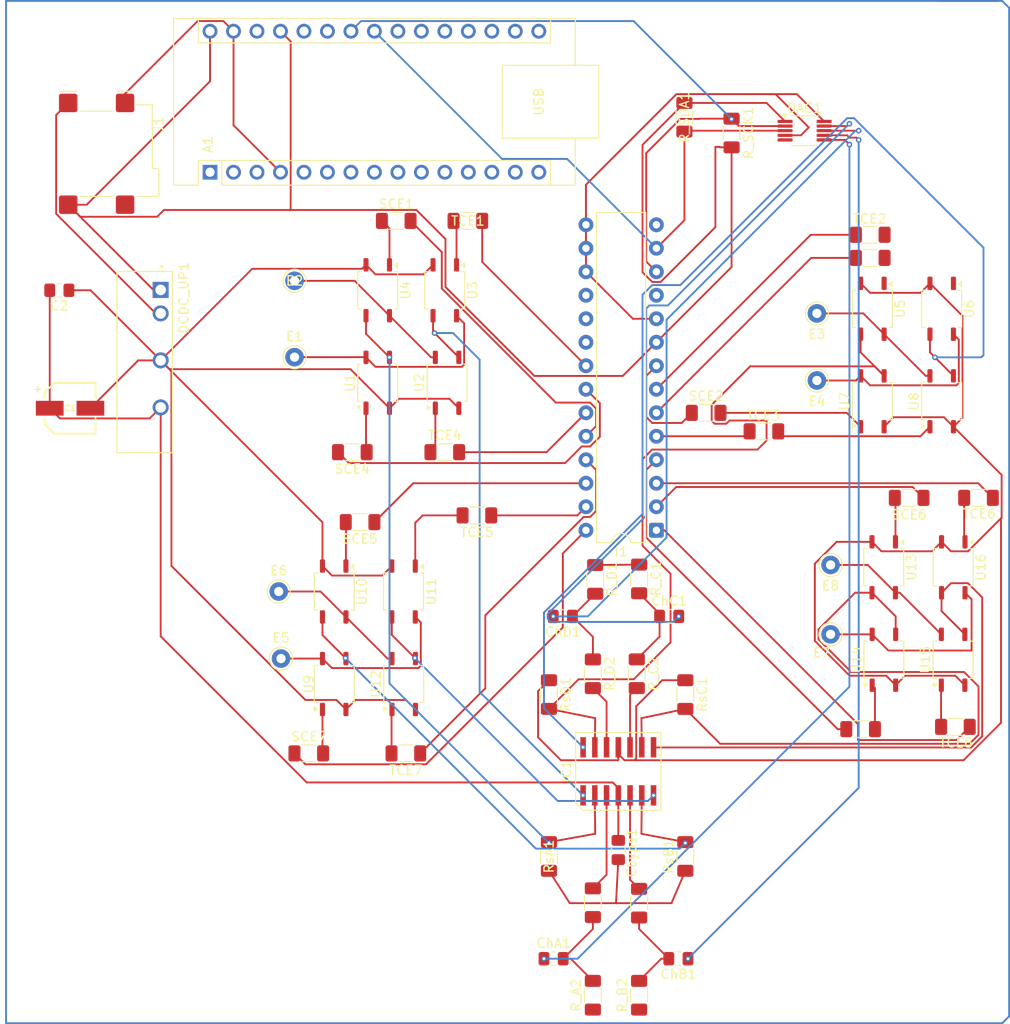
<source format=kicad_pcb>
(kicad_pcb (version 20241229) (generator "pcbnew") (generator_version "9.0")
  (layers (0 "F.Cu" signal) (2 "B.Cu" signal) (13 "F.Paste" user) (15 "B.Paste" user) (5 "F.SilkS" user "F.Silkscreen") (7 "B.SilkS" user "B.Silkscreen") (1 "F.Mask" user) (3 "B.Mask" user) (25 "Edge.Cuts" user))
  (net 0 "")
  (net 1 "/+24V")
  (net 2 "/24V_GND")
  (net 3 "/ChD_net")
  (net 4 "Net-(ChD1-Pad1)")
  (net 5 "Net-(ChC1-Pad1)")
  (net 6 "/ChC_net")
  (net 7 "Net-(TCE7-Pad2)")
  (net 8 "Net-(I2C_SW1-GPA4)")
  (net 9 "Net-(I2C_SW1-GPA2)")
  (net 10 "Net-(TCE6-Pad1)")
  (net 11 "Net-(I2C_SW1-GPA0)")
  (net 12 "Net-(TCE5-Pad1)")
  (net 13 "Net-(TCE4-Pad2)")
  (net 14 "Net-(I2C_SW1-GPB6)")
  (net 15 "Net-(I2C_SW1-GPB4)")
  (net 16 "Net-(TCE3-Pad2)")
  (net 17 "Net-(I2C_SW1-GPB2)")
  (net 18 "Net-(TCE2-Pad2)")
  (net 19 "Net-(DAC4CH1-VSS)")
  (net 20 "Net-(TCE1-Pad2)")
  (net 21 "Net-(I2C_SW1-GPB0)")
  (net 22 "Net-(I2C_SW1-GPA7)")
  (net 23 "Net-(SCE8-Pad2)")
  (net 24 "Net-(SCE7-Pad2)")
  (net 25 "Net-(I2C_SW1-GPA5)")
  (net 26 "Net-(SCE6-Pad1)")
  (net 27 "Net-(I2C_SW1-GPA3)")
  (net 28 "Net-(SCE5-Pad1)")
  (net 29 "Net-(I2C_SW1-GPA1)")
  (net 30 "Net-(SCE4-Pad2)")
  (net 31 "Net-(I2C_SW1-GPB7)")
  (net 32 "Net-(I2C_SW1-GPB5)")
  (net 33 "Net-(SCE3-Pad2)")
  (net 34 "Net-(SCE2-Pad2)")
  (net 35 "Net-(I2C_SW1-GPB3)")
  (net 36 "Net-(SCE1-Pad2)")
  (net 37 "Net-(I2C_SW1-GPB1)")
  (net 38 "Net-(A1-A4)")
  (net 39 "/+5V")
  (net 40 "Net-(A1-A5)")
  (net 41 "/Sl_A")
  (net 42 "/Sl_B")
  (net 43 "/Sl_C")
  (net 44 "/Sl_D")
  (net 45 "Net-(ChA1-Pad2)")
  (net 46 "/ChA_net")
  (net 47 "Net-(ChB1-Pad2)")
  (net 48 "/ChB_net")
  (net 49 "Net-(I2C_SW1-GPA6)")
  (net 50 "Net-(TCE8-Pad2)")
  (net 51 "Net-(E8-Pin_1)")
  (net 52 "Net-(E7-Pin_1)")
  (net 53 "Net-(IC1-OUTD)")
  (net 54 "Net-(E5-Pin_1)")
  (net 55 "Net-(IC1-OUTC)")
  (net 56 "Net-(E4-Pin_1)")
  (net 57 "Net-(IC1-OUTB)")
  (net 58 "Net-(E3-Pin_1)")
  (net 59 "Net-(E2-Pin_1)")
  (net 60 "Net-(IC1-OUTA)")
  (net 61 "Net-(E1-Pin_1)")
  (net 62 "Net-(E6-Pin_1)")
  (net 63 "Net-(DAC4CH1-VOUTD)")
  (net 64 "Net-(DAC4CH1-VOUTC)")
  (net 66 "Net-(DAC4CH1-VOUTA)")
  (net 67 "Net-(DAC4CH1-VOUTB)")
  (footprint "Package_SO:SOP-4_3.8x4.1mm_P2.54mm" (layer "F.Cu") (at 143.954 73.026 -90)
    (property "Reference" "U6")
    (property "Value" "TE8")
  )
  (footprint "Resistor_SMD:R_1206_3216Metric_Pad1.30x1.75mm_HandSolder" (layer "F.Cu") (at 145.434 118.216 180)
    (property "Reference" "TCE8")
    (property "Value" "470")
  )
  (footprint "Resistor_SMD:R_1206_3216Metric_Pad1.30x1.75mm_HandSolder" (layer "F.Cu") (at 116.124 52.326 -90)
    (property "Reference" "R_SDA1")
    (property "Value" "4.7k")
  )
  (footprint "Connector_Pin:Pin_D1.0mm_L10.0mm" (layer "F.Cu") (at 72.494 110.836 180)
    (property "Reference" "E5")
    (property "Value" "Stim4")
  )
  (footprint "Resistor_SMD:R_1206_3216Metric_Pad1.30x1.75mm_HandSolder" (layer "F.Cu") (at 111.224 137.276 90)
    (property "Reference" "R_B1" (hide yes))
    (property "Value" "1k")
  )
  (footprint "Connector_Pin:Pin_D1.0mm_L10.0mm" (layer "F.Cu") (at 73.954 70.006 180)
    (property "Reference" "E2")
    (property "Value" "Stim2")
  )
  (footprint "Connector_Pin:Pin_D1.0mm_L10.0mm" (layer "F.Cu") (at 130.454 80.776)
    (property "Reference" "E4")
    (property "Value" "Stim8")
  )
  (footprint "Resistor_SMD:R_1206_3216Metric_Pad1.30x1.75mm_HandSolder" (layer "F.Cu") (at 121.224 54.026 -90)
    (property "Reference" "R_SCK1")
    (property "Value" "4.7k")
  )
  (footprint "Resistor_SMD:R_1206_3216Metric_Pad1.30x1.75mm_HandSolder" (layer "F.Cu") (at 124.724 86.276)
    (property "Reference" "TCE3")
    (property "Value" "470")
  )
  (footprint "Connector_Pin:Pin_D1.0mm_L10.0mm" (layer "F.Cu") (at 131.934 108.216)
    (property "Reference" "E7")
    (property "Value" "Stim6")
  )
  (footprint "Capacitor_SMD:C_0805_2012Metric_Pad1.18x1.45mm_HandSolder" (layer "F.Cu") (at 102.974 106.276 180)
    (property "Reference" "ChD1")
    (property "Value" "10 uF")
  )
  (footprint "Package_SO:SOP-4_3.8x4.1mm_P2.54mm" (layer "F.Cu") (at 82.954 81.026 90)
    (property "Reference" "U1")
    (property "Value" "SE1")
  )
  (footprint "Connector_Pin:Pin_D1.0mm_L10.0mm" (layer "F.Cu") (at 131.934 100.716)
    (property "Reference" "E8")
    (property "Value" "Stim5")
  )
  (footprint "Package_DIP:DIP-28_W7.62mm" (layer "F.Cu") (at 113.094 96.966 180)
    (property "Reference" "I1")
    (property "Value" "MCP23017_SP")
  )
  (footprint "Resistor_SMD:R_1206_3216Metric_Pad1.30x1.75mm_HandSolder" (layer "F.Cu") (at 136.224 65.026)
    (property "Reference" "TCE2")
    (property "Value" "470")
  )
  (footprint "Resistor_SMD:R_1206_3216Metric_Pad1.30x1.75mm_HandSolder" (layer "F.Cu") (at 140.434 93.466 180)
    (property "Reference" "SCE6")
    (property "Value" "470")
  )
  (footprint "Resistor_SMD:R_1206_3216Metric_Pad1.30x1.75mm_HandSolder" (layer "F.Cu") (at 81.044 96.086 180)
    (property "Reference" "SCE5")
    (property "Value" "470")
  )
  (footprint "Connector_Pin:Pin_D1.0mm_L10.0mm" (layer "F.Cu") (at 73.954 78.256 180)
    (property "Reference" "E1")
    (property "Value" "Stim1")
  )
  (footprint "Resistor_SMD:R_1206_3216Metric_Pad1.30x1.75mm_HandSolder" (layer "F.Cu") (at 84.954 63.526)
    (property "Reference" "SCE1")
    (property "Value" "470")
  )
  (footprint "Capacitor_SMD:C_0805_2012Metric_Pad1.18x1.45mm_HandSolder" (layer "F.Cu") (at 114.474 106.276)
    (property "Reference" "ChC1")
    (property "Value" "10 uF")
  )
  (footprint "Resistor_SMD:R_1206_3216Metric_Pad1.30x1.75mm_HandSolder" (layer "F.Cu") (at 116.224 132.226 90)
    (property "Reference" "RsB1")
    (property "Value" "1.2k")
  )
  (footprint "Resistor_SMD:R_1206_3216Metric_Pad1.30x1.75mm_HandSolder" (layer "F.Cu") (at 92.704 63.526)
    (property "Reference" "TCE1")
    (property "Value" "470")
  )
  (footprint "Package_SO:SOP-4_3.8x4.1mm_P2.54mm" (layer "F.Cu") (at 78.244 113.586 90)
    (property "Reference" "U9")
    (property "Value" "SE4")
  )
  (footprint "RE-0524S:CONV_RE-0524S" (layer "F.Cu") (at 57.744 78.786 -90)
    (property "Reference" "DCDC_UP1")
    (property "Value" "RE-0524S" (hide yes))
  )
  (footprint "Resistor_SMD:R_1206_3216Metric_Pad1.30x1.75mm_HandSolder" (layer "F.Cu") (at 80.204 88.526 180)
    (property "Reference" "SCE4")
    (property "Value" "470")
  )
  (footprint "Package_SO:SOP-4_3.8x4.1mm_P2.54mm" (layer "F.Cu") (at 143.954 83.026 90)
    (property "Reference" "U8")
    (property "Value" "TE7")
  )
  (footprint "Package_SO:SOP-4_3.8x4.1mm_P2.54mm" (layer "F.Cu") (at 145.184 110.966 90)
    (property "Reference" "U15")
    (property "Value" "TE5")
  )
  (footprint "Resistor_SMD:R_1206_3216Metric_Pad1.30x1.75mm_HandSolder" (layer "F.Cu") (at 136.224 67.526)
    (property "Reference" "SCE3" (hide yes))
    (property "Value" "470")
  )
  (footprint "Module:Arduino_Nano" (layer "F.Cu") (at 64.814 58.266 90)
    (property "Reference" "A1")
    (property "Value" "Arduino_Nano_v3.x")
  )
  (footprint "Resistor_SMD:R_1206_3216Metric_Pad1.30x1.75mm_HandSolder" (layer "F.Cu") (at 93.678472 95.362 180)
    (property "Reference" "TCE5")
    (property "Value" "470")
  )
  (footprint "Connector_Pin:Pin_D1.0mm_L10.0mm" (layer "F.Cu") (at 130.454 73.526)
    (property "Reference" "E3")
    (property "Value" "Stim7")
  )
  (footprint "Resistor_SMD:R_1206_3216Metric_Pad1.30x1.75mm_HandSolder" (layer "F.Cu") (at 118.474 84.276)
    (property "Reference" "SCE2")
    (property "Value" "470")
  )
  (footprint "Package_SO:SOP-4_3.8x4.1mm_P2.54mm" (layer "F.Cu") (at 145.204 100.966 -90)
    (property "Reference" "U16")
    (property "Value" "TE6")
  )
  (footprint "Resistor_SMD:R_1206_3216Metric_Pad1.30x1.75mm_HandSolder" (layer "F.Cu") (at 111.224 147.226 90)
    (property "Reference" "R_B2")
    (property "Value" "100k")
  )
  (footprint "Resistor_SMD:R_1206_3216Metric_Pad1.30x1.75mm_HandSolder" (layer "F.Cu") (at 116.224 114.726 -90)
    (property "Reference" "RsC1")
    (property "Value" "1.2k")
  )
  (footprint "WCAP-AS5H_5X5:WCAP-AS5H_5X5.5_DXL_" (layer "F.Cu") (at 49.674 83.776 180)
    (property "Reference" "C1")
    (property "Value" "10uF")
  )
  (footprint "Resistor_SMD:R_1206_3216Metric_Pad1.30x1.75mm_HandSolder" (layer "F.Cu") (at 110.974 112.476 -90)
    (property "Reference" "R_C2")
    (property "Value" "1k")
  )
  (footprint "Resistor_SMD:R_1206_3216Metric_Pad1.30x1.75mm_HandSolder" (layer "F.Cu") (at 90.204 88.526)
    (property "Reference" "TCE4")
    (property "Value" "470")
  )
  (footprint "Connector_Pin:Pin_D1.0mm_L10.0mm" (layer "F.Cu") (at 72.244 103.586 180)
    (property "Reference" "E6")
    (property "Value" "Stim3")
  )
  (footprint "Package_SO:SOP-4_3.8x4.1mm_P2.54mm" (layer "F.Cu") (at 78.244 103.586 -90)
    (property "Reference" "U10")
    (property "Value" "SE3")
  )
  (footprint "Resistor_SMD:R_1206_3216Metric_Pad1.30x1.75mm_HandSolder" (layer "F.Cu") (at 75.494 121.086)
    (property "Reference" "SCE7")
    (property "Value" "470")
  )
  (footprint "Capacitor_SMD:C_0805_2012Metric_Pad1.18x1.45mm_HandSolder" (layer "F.Cu") (at 101.974 143.276)
    (property "Reference" "ChA1")
    (property "Value" "10 uF")
  )
  (footprint "Capacitor_SMD:C_0805_2012Metric_Pad1.18x1.45mm_HandSolder" (layer "F.Cu") (at 48.5115 71.026 180)
    (property "Reference" "C2")
    (property "Value" "0.1 uF")
  )
  (footprint "Resistor_SMD:R_1206_3216Metric_Pad1.30x1.75mm_HandSolder" (layer "F.Cu") (at 106.224 137.226 90)
    (property "Reference" "R_A1" (hide yes))
    (property "Value" "1k")
  )
  (footprint "Connector_BarrelJack:BarrelJack_Wuerth_694106106102_2.0x5.5mm" (layer "F.Cu") (at 52.549 56.276 -90)
    (property "Reference" "J1")
    (property "Value" "Barrel_Jack")
  )
  (footprint "Package_SO:SOP-4_3.8x4.1mm_P2.54mm" (layer "F.Cu") (at 82.954 71.026 -90)
    (property "Reference" "U4")
    (property "Value" "SE2")
  )
  (footprint "Resistor_SMD:R_1206_3216Metric_Pad1.30x1.75mm_HandSolder" (layer "F.Cu") (at 85.994 121.086 180)
    (property "Reference" "TCE7")
    (property "Value" "470")
  )
  (footprint "Package_SO:SOP-4_3.8x4.1mm_P2.54mm" (layer "F.Cu") (at 137.704 110.966 90)
    (property "Reference" "U14")
    (property "Value" "SE6")
  )
  (footprint "Capacitor_SMD:C_0805_2012Metric_Pad1.18x1.45mm_HandSolder" (layer "F.Cu") (at 108.974 131.526 -90)
    (property "Reference" "Cbyps1")
    (property "Value" "0.1 uF")
  )
  (footprint "Resistor_SMD:R_1206_3216Metric_Pad1.30x1.75mm_HandSolder" (layer "F.Cu") (at 111.224 102.226 -90)
    (property "Reference" "R_C1")
    (property "Value" "100k")
  )
  (footprint "Package_SO:SOP-4_3.8x4.1mm_P2.54mm" (layer "F.Cu") (at 90.204 71.026 -90)
    (property "Reference" "U3")
    (property "Value" "TE1")
  )
  (footprint "Capacitor_SMD:C_0805_2012Metric_Pad1.18x1.45mm_HandSolder" (layer "F.Cu") (at 115.474 143.276 180)
    (property "Reference" "ChB1")
    (property "Value" "10 uF")
  )
  (footprint "Resistor_SMD:R_1206_3216Metric_Pad1.30x1.75mm_HandSolder" (layer "F.Cu") (at 106.224 147.226 90)
    (property "Reference" "R_A2")
    (property "Value" "100k")
  )
  (footprint "Resistor_SMD:R_1206_3216Metric_Pad1.30x1.75mm_HandSolder" (layer "F.Cu") (at 135.184 118.466)
    (property "Reference" "SCE8" (hide yes))
    (property "Value" "470")
  )
  (footprint "Resistor_SMD:R_1206_3216Metric_Pad1.30x1.75mm_HandSolder" (layer "F.Cu") (at 106.224 112.476 -90)
    (property "Reference" "R_D2")
    (property "Value" "1k")
  )
  (footprint "Package_SO:SOP-4_3.8x4.1mm_P2.54mm" (layer "F.Cu") (at 137.684 100.966 -90)
    (property "Reference" "U13")
    (property "Value" "SE5")
  )
  (footprint "Package_SO:SOP-4_3.8x4.1mm_P2.54mm" (layer "F.Cu") (at 85.744 103.586 -90)
    (property "Reference" "U11")
    (property "Value" "TE4")
  )
  (footprint "Package_SO:SOP-4_3.8x4.1mm_P2.54mm" (layer "F.Cu") (at 90.454 81.026 90)
    (property "Reference" "U2")
    (property "Value" "TE2")
  )
  (footprint "KiCad:SOIC127P600X175-14N" (layer "F.Cu") (at 108.974 123.026)
    (property "Reference" "IC1")
    (property "Value" "OPA1664AIDR")
  )
  (footprint "Package_SO:SOP-4_3.8x4.1mm_P2.54mm" (layer "F.Cu") (at 85.764 113.586 90)
    (property "Reference" "U12")
    (property "Value" "TE3")
  )
  (footprint "Package_SO:SOP-4_3.8x4.1mm_P2.54mm" (layer "F.Cu") (at 136.454 83.026 90)
    (property "Reference" "U7")
    (property "Value" "SE8")
  )
  (footprint "Resistor_SMD:R_1206_3216Metric_Pad1.30x1.75mm_HandSolder" (layer "F.Cu") (at 101.474 114.726 -90)
    (property "Reference" "RsD1")
    (property "Value" "1.2k")
  )
  (footprint "Resistor_SMD:R_1206_3216Metric_Pad1.30x1.75mm_HandSolder" (layer "F.Cu") (at 147.934 93.466 180)
    (property "Reference" "TCE6")
    (property "Value" "470")
  )
  (footprint "Package_SO:SOP-4_3.8x4.1mm_P2.54mm" (layer "F.Cu") (at 136.454 73.026 -90)
    (property "Reference" "U5")
    (property "Value" "SE7")
  )
  (footprint "Resistor_SMD:R_1206_3216Metric_Pad1.30x1.75mm_HandSolder" (layer "F.Cu") (at 101.474 132.226 90)
    (property "Reference" "RsA1")
    (property "Value" "1.2k")
  )
  (footprint "Package_SO:MSOP-10_3x3mm_P0.5mm" (layer "F.Cu") (at 129.124 53.776)
    (property "Reference" "DAC1")
    (property "Value" "MCP4728")
  )
  (footprint "Resistor_SMD:R_1206_3216Metric_Pad1.30x1.75mm_HandSolder" (layer "F.Cu") (at 106.474 102.276 -90)
    (property "Reference" "R_D1")
    (property "Value" "100k")
  )
  (segment (start 42.75 39.75) (end 42.75 150.25) (width 0.2) (layer "B.Cu") (net 0))
  (segment (start 151.25 149.5) (end 151.25 40.5) (width 0.2) (layer "B.Cu") (net 0))
  (segment (start 150.5 39.75) (end 143.75 39.75) (width 0.2) (layer "B.Cu") (net 0))
  (segment (start 42.75 39.75) (end 150 39.75) (width 0.2) (layer "B.Cu") (net 0))
  (segment (start 150.5 150.25) (end 151.25 149.5) (width 0.2) (layer "B.Cu") (net 0))
  (segment (start 42.75 150.25) (end 150.5 150.25) (width 0.2) (layer "B.Cu") (net 0))
  (segment (start 151.25 40.5) (end 150.5 39.75) (width 0.2) (layer "B.Cu") (net 0))
  (segment (start 58.283 84.877) (end 48.575 84.877) (width 0.2) (layer "F.Cu") (net 1))
  (segment (start 108.974 125.626) (end 108.974 130.4885) (width 0.2) (layer "F.Cu") (net 1))
  (segment (start 75.27184 124.225) (end 108.373 124.225) (width 0.2) (layer "F.Cu") (net 1))
  (segment (start 108.974 124.826) (end 108.974 125.626) (width 0.2) (layer "F.Cu") (net 1))
  (segment (start 59.474 108.42716) (end 75.27184 124.225) (width 0.2) (layer "F.Cu") (net 1))
  (segment (start 59.474 83.686) (end 58.283 84.877) (width 0.2) (layer "F.Cu") (net 1))
  (segment (start 48.575 84.877) (end 47.474 83.776) (width 0.2) (layer "F.Cu") (net 1))
  (segment (start 108.373 124.225) (end 108.974 124.826) (width 0.2) (layer "F.Cu") (net 1))
  (segment (start 47.474 83.776) (end 47.474 71.026) (width 0.2) (layer "F.Cu") (net 1))
  (segment (start 59.474 83.686) (end 59.474 108.42716) (width 0.2) (layer "F.Cu") (net 1))
  (segment (start 146.796944 99.242) (end 144.96 99.242) (width 0.2) (layer "F.Cu") (net 2))
  (segment (start 84.224 83.776) (end 85.25 82.75) (width 0.2) (layer "F.Cu") (net 2))
  (segment (start 150.368472 117.776888) (end 150.368472 95.670472) (width 0.2) (layer "F.Cu") (net 2))
  (segment (start 136.21 71.302) (end 141.658 71.302) (width 0.2) (layer "F.Cu") (net 2))
  (segment (start 134.001008 112.69) (end 137.948 112.69) (width 0.2) (layer "F.Cu") (net 2))
  (segment (start 110.724 121.827) (end 146.31836 121.827) (width 0.2) (layer "F.Cu") (net 2))
  (segment (start 60.425 79.557) (end 59.474 78.606) (width 0.2) (layer "F.Cu") (net 2))
  (segment (start 146.201 84.799) (end 145.224 85.776) (width 0.2) (layer "F.Cu") (net 2))
  (segment (start 60.6375 100.819392) (end 60.6375 79.7695) (width 0.2) (layer "F.Cu") (net 2))
  (segment (start 110.913 115.987) (end 110.913 121.638) (width 0.2) (layer "F.Cu") (net 2))
  (segment (start 146.201 73.793) (end 146.201 84.799) (width 0.2) (layer "F.Cu") (net 2))
  (segment (start 80.54 115.31) (end 86.008 115.31) (width 0.2) (layer "F.Cu") (net 2))
  (segment (start 69.375 68.705) (end 81.255 68.705) (width 0.2) (layer "F.Cu") (net 2))
  (segment (start 116.224 133.776) (end 114.724 137.276) (width 0.2) (layer "F.Cu") (net 2))
  (segment (start 108.724 137.276) (end 103.724 137.276) (width 0.2) (layer "F.Cu") (net 2))
  (segment (start 116.224 113.176) (end 113.724 113.176) (width 0.2) (layer "F.Cu") (net 2))
  (segment (start 82.71 69.302) (end 87.908 69.302) (width 0.2) (layer "F.Cu") (net 2))
  (segment (start 130.232 100.578108) (end 130.232 108.920992) (width 0.2) (layer "F.Cu") (net 2))
  (segment (start 144.96 99.242) (end 143.934 98.216) (width 0.2) (layer "F.Cu") (net 2))
  (segment (start 51.894 71.026) (end 59.474 78.606) (width 0.2) (layer "F.Cu") (net 2))
  (segment (start 86.008 115.31) (end 87.034 116.336) (width 0.2) (layer "F.Cu") (net 2))
  (segment (start 75.128108 115.31) (end 60.6375 100.819392) (width 0.2) (layer "F.Cu") (net 2))
  (segment (start 144.198 84.75) (end 145.224 85.776) (width 0.2) (layer "F.Cu") (net 2))
  (segment (start 84.224 83.776) (end 80.005 79.557) (width 0.2) (layer "F.Cu") (net 2))
  (segment (start 81.255 68.705) (end 81.684 68.276) (width 0.2) (layer "F.Cu") (net 2))
  (segment (start 114.724 137.276) (end 108.724 137.276) (width 0.2) (layer "F.Cu") (net 2))
  (segment (start 142.684 70.276) (end 146.201 73.793) (width 0.2) (layer "F.Cu") (net 2))
  (segment (start 76.974 100.836) (end 78 101.862) (width 0.2) (layer "F.Cu") (net 2))
  (segment (start 78 101.862) (end 83.448 101.862) (width 0.2) (layer "F.Cu") (net 2))
  (segment (start 110.913 121.638) (end 110.724 121.827) (width 0.2) (layer "F.Cu") (net 2))
  (segment (start 78.488 115.31) (end 75.128108 115.31) (width 0.2) (layer "F.Cu") (net 2))
  (segment (start 141.658 71.302) (end 142.684 70.276) (width 0.2) (layer "F.Cu") (net 2))
  (segment (start 57.044 78.606) (end 51.874 83.776) (width 0.2) (layer "F.Cu") (net 2))
  (segment (start 137.44 99.242) (end 136.414 98.216) (width 0.2) (layer "F.Cu") (net 2))
  (segment (start 76.974 96.106) (end 59.474 78.606) (width 0.2) (layer "F.Cu") (net 2))
  (segment (start 81.684 68.276) (end 82.71 69.302) (width 0.2) (layer "F.Cu") (net 2))
  (segment (start 108.974 121.776) (end 108.974 120.426) (width 0.2) (layer "F.Cu") (net 2))
  (segment (start 85.25 82.75) (end 90.698 82.75) (width 0.2) (layer "F.Cu") (net 2))
  (segment (start 101.474 113.176) (end 100.298 114.352) (width 0.2) (layer "F.Cu") (net 2))
  (segment (start 143.934 98.216) (end 142.908 99.242) (width 0.2) (layer "F.Cu") (net 2))
  (segment (start 108.974 120.426) (end 108.974 121.158) (width 0.2) (layer "F.Cu") (net 2))
  (segment (start 145.428 112.69) (end 146.454 113.716) (width 0.2) (layer "F.Cu") (net 2))
  (segment (start 87.908 69.302) (end 88.934 68.276) (width 0.2) (layer "F.Cu") (net 2))
  (segment (start 137.724 85.776) (end 138.75 84.75) (width 0.2) (layer "F.Cu") (net 2))
  (segment (start 150.435 95.603944) (end 150.368472 95.670472) (width 0.2) (layer "F.Cu") (net 2))
  (segment (start 145.224 85.776) (end 150.435 90.987) (width 0.2) (layer "F.Cu") (net 2))
  (segment (start 138.75 84.75) (end 144.198 84.75) (width 0.2) (layer "F.Cu") (net 2))
  (segment (start 140 112.69) (end 145.428 112.69) (width 0.2) (layer "F.Cu") (net 2))
  (segment (start 79.514 116.336) (end 78.488 115.31) (width 0.2) (layer "F.Cu") (net 2))
  (segment (start 49.549 71.026) (end 51.894 71.026) (width 0.2) (layer "F.Cu") (net 2))
  (segment (start 59.474 78.606) (end 69.375 68.705) (width 0.2) (layer "F.Cu") (net 2))
  (segment (start 76.974 100.836) (end 76.974 96.106) (width 0.2) (layer "F.Cu") (net 2))
  (segment (start 150.368472 95.670472) (end 146.796944 99.242) (width 0.2) (layer "F.Cu") (net 2))
  (segment (start 102.775 121.827) (end 108.923 121.827) (width 0.2) (layer "F.Cu") (net 2))
  (segment (start 108.923 121.827) (end 108.974 121.776) (width 0.2) (layer "F.Cu") (net 2))
  (segment (start 109.643 121.827) (end 110.724 121.827) (width 0.2) (layer "F.Cu") (net 2))
  (segment (start 108.724 137.276) (end 108.974 132.5635) (width 0.2) (layer "F.Cu") (net 2))
  (segment (start 130.232 108.920992) (end 134.001008 112.69) (width 0.2) (layer "F.Cu") (net 2))
  (segment (start 100.298 119.35) (end 102.775 121.827) (width 0.2) (layer "F.Cu") (net 2))
  (segment (start 108.974 121.158) (end 109.643 121.827) (width 0.2) (layer "F.Cu") (net 2))
  (segment (start 142.908 99.242) (end 137.44 99.242) (width 0.2) (layer "F.Cu") (net 2))
  (segment (start 90.698 82.75) (end 91.724 83.776) (width 0.2) (layer "F.Cu") (net 2))
  (segment (start 146.31836 121.827) (end 150.368472 117.776888) (width 0.2) (layer "F.Cu") (net 2))
  (segment (start 79.514 116.336) (end 80.54 115.31) (width 0.2) (layer "F.Cu") (net 2))
  (segment (start 83.448 101.862) (end 84.474 100.836) (width 0.2) (layer "F.Cu") (net 2))
  (segment (start 60.6375 79.7695) (end 59.474 78.606) (width 0.2) (layer "F.Cu") (net 2))
  (segment (start 113.724 113.176) (end 110.913 115.987) (width 0.2) (layer "F.Cu") (net 2))
  (segment (start 59.474 78.606) (end 57.044 78.606) (width 0.2) (layer "F.Cu") (net 2))
  (segment (start 150.435 90.987) (end 150.435 95.603944) (width 0.2) (layer "F.Cu") (net 2))
  (segment (start 137.948 112.69) (end 138.974 113.716) (width 0.2) (layer "F.Cu") (net 2))
  (segment (start 136.414 98.216) (end 132.594108 98.216) (width 0.2) (layer "F.Cu") (net 2))
  (segment (start 103.724 137.276) (end 101.474 133.776) (width 0.2) (layer "F.Cu") (net 2))
  (segment (start 132.594108 98.216) (end 130.232 100.578108) (width 0.2) (layer "F.Cu") (net 2))
  (segment (start 135.184 70.276) (end 136.21 71.302) (width 0.2) (layer "F.Cu") (net 2))
  (segment (start 100.298 114.352) (end 100.298 119.35) (width 0.2) (layer "F.Cu") (net 2))
  (segment (start 80.005 79.557) (end 60.425 79.557) (width 0.2) (layer "F.Cu") (net 2))
  (segment (start 138.974 113.716) (end 140 112.69) (width 0.2) (layer "F.Cu") (net 2))
  (segment (start 107.704 115.506) (end 106.224 114.026) (width 0.2) (layer "F.Cu") (net 3))
  (segment (start 107.704 120.426) (end 107.704 115.506) (width 0.2) (layer "F.Cu") (net 3))
  (segment (start 106.224 108.4885) (end 104.0115 106.276) (width 0.2) (layer "F.Cu") (net 4))
  (segment (start 106.224 110.926) (end 106.224 108.4885) (width 0.2) (layer "F.Cu") (net 4))
  (segment (start 106.4615 103.826) (end 106.474 103.826) (width 0.2) (layer "F.Cu") (net 4))
  (segment (start 104.0115 106.276) (end 106.4615 103.826) (width 0.2) (layer "F.Cu") (net 4))
  (segment (start 113.4365 105.9885) (end 113.4365 106.276) (width 0.2) (layer "F.Cu") (net 5))
  (segment (start 111.224 103.776) (end 113.4365 105.9885) (width 0.2) (layer "F.Cu") (net 5))
  (segment (start 113.4365 106.276) (end 113.4365 108.4635) (width 0.2) (layer "F.Cu") (net 5))
  (segment (start 113.4365 108.4635) (end 110.974 110.926) (width 0.2) (layer "F.Cu") (net 5))
  (segment (start 110.244 114.756) (end 110.974 114.026) (width 0.2) (layer "F.Cu") (net 6))
  (segment (start 110.244 120.426) (end 110.244 114.756) (width 0.2) (layer "F.Cu") (net 6))
  (segment (start 84.444 116.386) (end 84.494 116.336) (width 0.2) (layer "F.Cu") (net 7))
  (segment (start 84.444 121.086) (end 84.444 116.386) (width 0.2) (layer "F.Cu") (net 7))
  (segment (start 106.575 90.447) (end 105.474 89.346) (width 0.2) (layer "F.Cu") (net 8))
  (segment (start 105.224 95.527) (end 105.93005 95.527) (width 0.2) (layer "F.Cu") (net 8))
  (segment (start 87.544 121.086) (end 94.593312 114.036688) (width 0.2) (layer "F.Cu") (net 8))
  (segment (start 94.593312 114.036688) (end 94.593312 106.157688) (width 0.2) (layer "F.Cu") (net 8))
  (segment (start 106.575 94.88205) (end 106.575 90.447) (width 0.2) (layer "F.Cu") (net 8))
  (segment (start 105.93005 95.527) (end 106.575 94.88205) (width 0.2) (layer "F.Cu") (net 8))
  (segment (start 94.593312 106.157688) (end 105.224 95.527) (width 0.2) (layer "F.Cu") (net 8))
  (segment (start 101.214 88.526) (end 105.474 84.266) (width 0.2) (layer "F.Cu") (net 9))
  (segment (start 91.754 88.526) (end 101.214 88.526) (width 0.2) (layer "F.Cu") (net 9))
  (segment (start 89.184 87.996) (end 88.654 88.526) (width 0.2) (layer "F.Cu") (net 10))
  (segment (start 89.184 83.776) (end 89.184 87.996) (width 0.2) (layer "F.Cu") (net 10))
  (segment (start 94.254 63.526) (end 94.254 67.966) (width 0.2) (layer "F.Cu") (net 11))
  (segment (start 94.254 67.966) (end 105.474 79.186) (width 0.2) (layer "F.Cu") (net 11))
  (segment (start 91.474 68.276) (end 91.474 63.846) (width 0.2) (layer "F.Cu") (net 12))
  (segment (start 91.474 63.846) (end 91.154 63.526) (width 0.2) (layer "F.Cu") (net 12))
  (segment (start 134.674 65.026) (end 129.794 65.026) (width 0.2) (layer "F.Cu") (net 14))
  (segment (start 129.794 65.026) (end 113.094 81.726) (width 0.2) (layer "F.Cu") (net 14))
  (segment (start 122.644 86.806) (end 123.174 86.276) (width 0.2) (layer "F.Cu") (net 15))
  (segment (start 113.094 86.806) (end 122.644 86.806) (width 0.2) (layer "F.Cu") (net 15))
  (segment (start 141.658 86.802) (end 142.684 85.776) (width 0.2) (layer "F.Cu") (net 16))
  (segment (start 126.8 86.802) (end 141.658 86.802) (width 0.2) (layer "F.Cu") (net 16))
  (segment (start 126.274 86.276) (end 126.8 86.802) (width 0.2) (layer "F.Cu") (net 16))
  (segment (start 147.904 91.886) (end 113.094 91.886) (width 0.2) (layer "F.Cu") (net 17))
  (segment (start 149.484 93.466) (end 147.904 91.886) (width 0.2) (layer "F.Cu") (net 17))
  (segment (start 146.384 93.466) (end 146.384 98.126) (width 0.2) (layer "F.Cu") (net 18))
  (segment (start 146.384 98.126) (end 146.474 98.216) (width 0.2) (layer "F.Cu") (net 18))
  (segment (start 111.224 100.676) (end 106.474 100.726) (width 0.2) (layer "F.Cu") (net 19))
  (segment (start 105.474 63.946) (end 105.474 66.486) (width 0.2) (layer "F.Cu") (net 19))
  (segment (start 105.474 66.486) (end 105.474 69.026) (width 0.2) (layer "F.Cu") (net 19))
  (segment (start 58.93784 73.526) (end 48.173 62.76116) (width 0.2) (layer "F.Cu") (net 19))
  (segment (start 105.474 59.61484) (end 105.474 63.946) (width 0.2) (layer "F.Cu") (net 19))
  (segment (start 129.57671 53.42329) (end 125.97842 49.825) (width 0.2) (layer "F.Cu") (net 19))
  (segment (start 115.26384 49.825) (end 105.474 59.61484) (width 0.2) (layer "F.Cu") (net 19))
  (segment (start 67.354 53.186) (end 72.434 58.266) (width 0.2) (layer "F.Cu") (net 19))
  (segment (start 128.2855 49.825) (end 125.224 49.825) (width 0.2) (layer "F.Cu") (net 19))
  (segment (start 67.354 43.026) (end 67.354 53.186) (width 0.2) (layer "F.Cu") (net 19))
  (segment (start 48.173 52.077) (end 49.474 50.776) (width 0.2) (layer "F.Cu") (net 19))
  (segment (start 128.724 54.276) (end 129.57671 53.42329) (width 0.2) (layer "F.Cu") (net 19))
  (segment (start 59.474 73.526) (end 58.93784 73.526) (width 0.2) (layer "F.Cu") (net 19))
  (segment (start 125.224 49.825) (end 115.26384 49.825) (width 0.2) (layer "F.Cu") (net 19))
  (segment (start 127.0115 54.276) (end 128.724 54.276) (width 0.2) (layer "F.Cu") (net 19))
  (segment (start 131.2365 52.776) (end 128.2855 49.825) (width 0.2) (layer "F.Cu") (net 19))
  (segment (start 63.475 41.925) (end 55.624 49.776) (width 0.2) (layer "F.Cu") (net 19))
  (segment (start 113.094 74.106) (end 110.554 74.106) (width 0.2) (layer "F.Cu") (net 19))
  (segment (start 55.624 49.776) (end 55.624 50.776) (width 0.2) (layer "F.Cu") (net 19))
  (segment (start 67.354 43.026) (end 66.253 41.925) (width 0.2) (layer "F.Cu") (net 19))
  (segment (start 110.554 74.106) (end 105.474 69.026) (width 0.2) (layer "F.Cu") (net 19))
  (segment (start 125.97842 49.825) (end 125.224 49.825) (width 0.2) (layer "F.Cu") (net 19))
  (segment (start 66.253 41.925) (end 63.475 41.925) (width 0.2) (layer "F.Cu") (net 19))
  (segment (start 48.173 62.76116) (end 48.173 52.077) (width 0.2) (layer "F.Cu") (net 19))
  (segment (start 143.884 113.746) (end 143.914 113.716) (width 0.2) (layer "F.Cu") (net 20))
  (segment (start 143.884 118.216) (end 143.884 113.746) (width 0.2) (layer "F.Cu") (net 20))
  (segment (start 134.90084 119.642) (end 134.90084 117.92168) (width 0.2) (layer "F.Cu") (net 21))
  (segment (start 146.984 118.216) (end 145.558 119.642) (width 0.2) (layer "F.Cu") (net 21))
  (segment (start 145.558 119.642) (end 134.90084 119.642) (width 0.2) (layer "F.Cu") (net 21))
  (segment (start 134.90084 117.92168) (end 113.94516 96.966) (width 0.2) (layer "F.Cu") (net 21))
  (segment (start 113.94516 96.966) (end 113.094 96.966) (width 0.2) (layer "F.Cu") (net 21))
  (segment (start 102.974 107.46716) (end 102.974 99.466) (width 0.2) (layer "F.Cu") (net 22))
  (segment (start 102.974 99.466) (end 105.474 96.966) (width 0.2) (layer "F.Cu") (net 22))
  (segment (start 88.17916 122.262) (end 102.974 107.46716) (width 0.2) (layer "F.Cu") (net 22))
  (segment (start 75.12 122.262) (end 88.17916 122.262) (width 0.2) (layer "F.Cu") (net 22))
  (segment (start 73.944 121.086) (end 75.12 122.262) (width 0.2) (layer "F.Cu") (net 22))
  (segment (start 76.974 121.016) (end 77.044 121.086) (width 0.2) (layer "F.Cu") (net 23))
  (segment (start 76.974 116.336) (end 76.974 121.016) (width 0.2) (layer "F.Cu") (net 23))
  (segment (start 79.514 96.106) (end 79.494 96.086) (width 0.2) (layer "F.Cu") (net 24))
  (segment (start 79.514 100.836) (end 79.514 96.106) (width 0.2) (layer "F.Cu") (net 24))
  (segment (start 82.594 96.086) (end 86.794 91.886) (width 0.2) (layer "F.Cu") (net 25))
  (segment (start 86.794 91.886) (end 105.474 91.886) (width 0.2) (layer "F.Cu") (net 25))
  (segment (start 84.224 64.346) (end 83.404 63.526) (width 0.2) (layer "F.Cu") (net 26))
  (segment (start 84.224 68.276) (end 84.224 64.346) (width 0.2) (layer "F.Cu") (net 26))
  (segment (start 106.575 83.80995) (end 106.575 85.705) (width 0.2) (layer "F.Cu") (net 27))
  (segment (start 89.879 66.901) (end 89.879 70.832056) (width 0.2) (layer "F.Cu") (net 27))
  (segment (start 89.879 70.832056) (end 102.211944 83.165) (width 0.2) (layer "F.Cu") (net 27))
  (segment (start 106.575 85.705) (end 105.474 86.806) (width 0.2) (layer "F.Cu") (net 27))
  (segment (start 102.211944 83.165) (end 105.93005 83.165) (width 0.2) (layer "F.Cu") (net 27))
  (segment (start 86.504 63.526) (end 89.879 66.901) (width 0.2) (layer "F.Cu") (net 27))
  (segment (start 105.93005 83.165) (end 106.575 83.80995) (width 0.2) (layer "F.Cu") (net 27))
  (segment (start 81.684 88.456) (end 81.754 88.526) (width 0.2) (layer "F.Cu") (net 28))
  (segment (start 81.684 83.776) (end 81.684 88.456) (width 0.2) (layer "F.Cu") (net 28))
  (segment (start 106.976 86.86105) (end 106.976 83.228) (width 0.2) (layer "F.Cu") (net 29))
  (segment (start 106.976 83.228) (end 105.474 81.726) (width 0.2) (layer "F.Cu") (net 29))
  (segment (start 103.22295 89.702) (end 105.01795 87.907) (width 0.2) (layer "F.Cu") (net 29))
  (segment (start 79.83 89.702) (end 103.22295 89.702) (width 0.2) (layer "F.Cu") (net 29))
  (segment (start 105.93005 87.907) (end 106.976 86.86105) (width 0.2) (layer "F.Cu") (net 29))
  (segment (start 78.654 88.526) (end 79.83 89.702) (width 0.2) (layer "F.Cu") (net 29))
  (segment (start 105.01795 87.907) (end 105.93005 87.907) (width 0.2) (layer "F.Cu") (net 29))
  (segment (start 120.024 84.276) (end 133.684 84.276) (width 0.2) (layer "F.Cu") (net 30))
  (segment (start 133.684 84.276) (end 135.184 85.776) (width 0.2) (layer "F.Cu") (net 30))
  (segment (start 111.993 80.287) (end 113.094 79.186) (width 0.2) (layer "F.Cu") (net 31))
  (segment (start 116.924 84.276) (end 115.833 85.367) (width 0.2) (layer "F.Cu") (net 31))
  (segment (start 112.63795 85.367) (end 111.993 84.72205) (width 0.2) (layer "F.Cu") (net 31))
  (segment (start 115.833 85.367) (end 112.63795 85.367) (width 0.2) (layer "F.Cu") (net 31))
  (segment (start 111.993 84.72205) (end 111.993 80.287) (width 0.2) (layer "F.Cu") (net 31))
  (segment (start 129.834 67.526) (end 134.674 67.526) (width 0.2) (layer "F.Cu") (net 32))
  (segment (start 129.834 67.526) (end 113.094 84.266) (width 0.2) (layer "F.Cu") (net 32))
  (segment (start 136.734 114.016) (end 136.434 113.716) (width 0.2) (layer "F.Cu") (net 34))
  (segment (start 136.734 118.466) (end 136.734 114.016) (width 0.2) (layer "F.Cu") (net 34))
  (segment (start 111.993 90.447) (end 111.993 97.75116) (width 0.2) (layer "F.Cu") (net 35))
  (segment (start 132.70784 118.466) (end 133.634 118.466) (width 0.2) (layer "F.Cu") (net 35))
  (segment (start 113.094 89.346) (end 111.993 90.447) (width 0.2) (layer "F.Cu") (net 35))
  (segment (start 111.993 97.75116) (end 132.70784 118.466) (width 0.2) (layer "F.Cu") (net 35))
  (segment (start 138.954 98.216) (end 138.954 93.536) (width 0.2) (layer "F.Cu") (net 36))
  (segment (start 138.954 93.536) (end 138.884 93.466) (width 0.2) (layer "F.Cu") (net 36))
  (segment (start 140.808 92.29) (end 115.23 92.29) (width 0.2) (layer "F.Cu") (net 37))
  (segment (start 141.984 93.466) (end 140.808 92.29) (width 0.2) (layer "F.Cu") (net 37))
  (segment (start 115.23 92.29) (end 113.094 94.426) (width 0.2) (layer "F.Cu") (net 37))
  (segment (start 116.124 63.456) (end 116.124 53.876) (width 0.2) (layer "F.Cu") (net 38))
  (segment (start 113.094 66.486) (end 116.124 63.456) (width 0.2) (layer "F.Cu") (net 38))
  (segment (start 116.124 53.876) (end 116.224 53.776) (width 0.2) (layer "F.Cu") (net 38))
  (segment (start 116.224 53.776) (end 127.0115 53.776) (width 0.2) (layer "F.Cu") (net 38))
  (segment (start 82.594 43.026) (end 96.395 56.827) (width 0.2) (layer "B.Cu") (net 38))
  (segment (start 96.395 56.827) (end 103.435 56.827) (width 0.2) (layer "B.Cu") (net 38))
  (segment (start 103.435 56.827) (end 113.094 66.486) (width 0.2) (layer "B.Cu") (net 38))
  (segment (start 72.434 43.026) (end 73.535 44.127) (width 0.2) (layer "F.Cu") (net 39))
  (segment (start 51.474 61.776) (end 49.474 61.776) (width 0.2) (layer "F.Cu") (net 39))
  (segment (start 119.474 55.526) (end 119.974 55.526) (width 0.2) (layer "F.Cu") (net 39))
  (segment (start 64.814 48.436) (end 51.474 61.776) (width 0.2) (layer "F.Cu") (net 39))
  (segment (start 50.775 63.077) (end 49.474 61.776) (width 0.2) (layer "F.Cu") (net 39))
  (segment (start 127.0115 52.776) (end 125.0115 50.776) (width 0.2) (layer "F.Cu") (net 39))
  (segment (start 73.535 62.289) (end 73.474 62.35) (width 0.2) (layer "F.Cu") (net 39))
  (segment (start 49.474 61.776) (end 58.684 70.986) (width 0.2) (layer "F.Cu") (net 39))
  (segment (start 87.13916 62.35) (end 73.474 62.35) (width 0.2) (layer "F.Cu") (net 39))
  (segment (start 109.453 80.287) (end 99.901044 80.287) (width 0.2) (layer "F.Cu") (net 39))
  (segment (start 125.0115 50.776) (end 116.124 50.776) (width 0.2) (layer "F.Cu") (net 39))
  (segment (start 58.684 70.986) (end 59.474 70.986) (width 0.2) (layer "F.Cu") (net 39))
  (segment (start 73.535 44.127) (end 73.535 62.289) (width 0.2) (layer "F.Cu") (net 39))
  (segment (start 121.224 68.516) (end 113.094 76.646) (width 0.2) (layer "F.Cu") (net 39))
  (segment (start 111.592 69.08105) (end 112.63795 70.127) (width 0.2) (layer "F.Cu") (net 39))
  (segment (start 90.28 70.665956) (end 90.28 65.49084) (width 0.2) (layer "F.Cu") (net 39))
  (segment (start 112.63795 70.127) (end 113.55005 70.127) (width 0.2) (layer "F.Cu") (net 39))
  (segment (start 59.09666 63.077) (end 50.775 63.077) (width 0.2) (layer "F.Cu") (net 39))
  (segment (start 64.814 43.026) (end 64.814 48.436) (width 0.2) (layer "F.Cu") (net 39))
  (segment (start 73.474 62.35) (end 59.82366 62.35) (width 0.2) (layer "F.Cu") (net 39))
  (segment (start 111.592 55.308) (end 111.592 69.08105) (width 0.2) (layer "F.Cu") (net 39))
  (segment (start 90.28 65.49084) (end 87.13916 62.35) (width 0.2) (layer "F.Cu") (net 39))
  (segment (start 121.224 55.576) (end 121.224 68.516) (width 0.2) (layer "F.Cu") (net 39))
  (segment (start 119.974 55.526) (end 120.024 55.576) (width 0.2) (layer "F.Cu") (net 39))
  (segment (start 113.55005 70.127) (end 119.474 64.20305) (width 0.2) (layer "F.Cu") (net 39))
  (segment (start 116.124 50.776) (end 111.592 55.308) (width 0.2) (layer "F.Cu") (net 39))
  (segment (start 120.024 55.576) (end 121.224 55.576) (width 0.2) (layer "F.Cu") (net 39))
  (segment (start 113.094 76.646) (end 109.453 80.287) (width 0.2) (layer "F.Cu") (net 39))
  (segment (start 99.901044 80.287) (end 90.28 70.665956) (width 0.2) (layer "F.Cu") (net 39))
  (segment (start 119.474 64.20305) (end 119.474 55.526) (width 0.2) (layer "F.Cu") (net 39))
  (segment (start 59.82366 62.35) (end 59.09666 63.077) (width 0.2) (layer "F.Cu") (net 39))
  (segment (start 122.024 53.276) (end 127.0115 53.276) (width 0.2) (layer "F.Cu") (net 40))
  (segment (start 121.224 52.476) (end 122.024 53.276) (width 0.2) (layer "F.Cu") (net 40))
  (segment (start 115.68884 52.5) (end 117.75 52.5) (width 0.2) (layer "F.Cu") (net 40))
  (segment (start 111.993 56.19584) (end 115.68884 52.5) (width 0.2) (layer "F.Cu") (net 40))
  (segment (start 113.094 69.026) (end 111.993 67.925) (width 0.2) (layer "F.Cu") (net 40))
  (segment (start 117.774 52.476) (end 121.224 52.476) (width 0.2) (layer "F.Cu") (net 40))
  (segment (start 117.75 52.5) (end 117.774 52.476) (width 0.2) (layer "F.Cu") (net 40))
  (segment (start 111.993 67.925) (end 111.993 56.19584) (width 0.2) (layer "F.Cu") (net 40))
  (via (at 121.224 52.526) (size 0.6) (drill 0.3) (layers "F.Cu" "B.Cu") (net 40))
  (segment (start 80.054 43.026) (end 81.155 41.925) (width 0.2) (layer "B.Cu") (net 40))
  (segment (start 81.155 41.925) (end 110.623 41.925) (width 0.2) (layer "B.Cu") (net 40))
  (segment (start 110.623 41.925) (end 121.224 52.526) (width 0.2) (layer "B.Cu") (net 40))
  (segment (start 106.474 129.776) (end 101.474 130.676) (width 0.2) (layer "F.Cu") (net 41))
  (segment (start 106.434 125.626) (end 106.474 129.776) (width 0.2) (layer "F.Cu") (net 41))
  (segment (start 81.684 75.736) (end 84.224 78.276) (width 0.2) (layer "F.Cu") (net 41))
  (segment (start 81.684 73.776) (end 81.684 75.736) (width 0.2) (layer "F.Cu") (net 41))
  (via (at 101.474 130.776) (size 0.6) (drill 0.3) (layers "F.Cu" "B.Cu") (net 41))
  (via (at 84.224 78.276) (size 0.6) (drill 0.3) (layers "F.Cu" "B.Cu") (net 41))
  (segment (start 84.224 113.526) (end 101.474 130.776) (width 0.2) (layer "B.Cu") (net 41))
  (segment (start 84.224 78.276) (end 84.224 113.526) (width 0.2) (layer "B.Cu") (net 41))
  (segment (start 76.974 108.296) (end 79.464 110.786) (width 0.2) (layer "F.Cu") (net 42))
  (segment (start 79.464 110.786) (end 79.514 110.836) (width 0.2) (layer "F.Cu") (net 42))
  (segment (start 111.474 129.776) (end 116.224 130.676) (width 0.2) (layer "F.Cu") (net 42))
  (segment (start 76.974 106.336) (end 76.974 108.296) (width 0.2) (layer "F.Cu") (net 42))
  (segment (start 111.514 125.626) (end 111.474 129.776) (width 0.2) (layer "F.Cu") (net 42))
  (via (at 79.464 110.786) (size 0.6) (drill 0.3) (layers "F.Cu" "B.Cu") (net 42))
  (via (at 116.224 130.776) (size 0.6) (drill 0.3) (layers "F.Cu" "B.Cu") (net 42))
  (segment (start 115.623 131.377) (end 116.224 130.776) (width 0.2) (layer "B.Cu") (net 42))
  (segment (start 100.055 131.377) (end 115.623 131.377) (width 0.2) (layer "B.Cu") (net 42))
  (segment (start 79.464 110.786) (end 100.055 131.377) (width 0.2) (layer "B.Cu") (net 42))
  (segment (start 111.514 120.426) (end 111.474 117.276) (width 0.2) (layer "F.Cu") (net 43))
  (segment (start 138.974 106.276) (end 136.414 103.716) (width 0.2) (layer "F.Cu") (net 43))
  (segment (start 130.633 108.754892) (end 134.167108 112.289) (width 0.2) (layer "F.Cu") (net 43))
  (segment (start 130.633 107.677108) (end 130.633 108.754892) (width 0.2) (layer "F.Cu") (net 43))
  (segment (start 134.594108 103.716) (end 130.633 107.677108) (width 0.2) (layer "F.Cu") (net 43))
  (segment (start 119.991 120.043) (end 116.224 116.276) (width 0.2) (layer "F.Cu") (net 43))
  (segment (start 138.974 108.216) (end 138.974 106.276) (width 0.2) (layer "F.Cu") (net 43))
  (segment (start 136.414 103.716) (end 134.594108 103.716) (width 0.2) (layer "F.Cu") (net 43))
  (segment (start 134.167108 112.289) (end 146.375944 112.289) (width 0.2) (layer "F.Cu") (net 43))
  (segment (start 146.375944 112.289) (end 147.935 113.848056) (width 0.2) (layer "F.Cu") (net 43))
  (segment (start 111.474 117.276) (end 116.224 116.276) (width 0.2) (layer "F.Cu") (net 43))
  (segment (start 147.935 113.848056) (end 147.935 119.07616) (width 0.2) (layer "F.Cu") (net 43))
  (segment (start 147.935 119.07616) (end 146.96816 120.043) (width 0.2) (layer "F.Cu") (net 43))
  (segment (start 146.96816 120.043) (end 119.991 120.043) (width 0.2) (layer "F.Cu") (net 43))
  (segment (start 136.698 79.25) (end 123.23884 79.25) (width 0.2) (layer "F.Cu") (net 44))
  (segment (start 124.03032 88.245) (end 112.63795 88.245) (width 0.2) (layer "F.Cu") (net 44))
  (segment (start 101.474 116.276) (end 106.474 117.276) (width 0.2) (layer "F.Cu") (net 44))
  (segment (start 125.00716 87.26816) (end 124.03032 88.245) (width 0.2) (layer "F.Cu") (net 44))
  (segment (start 111.592 89.29095) (end 111.592 98.644) (width 0.2) (layer "F.Cu") (net 44))
  (segment (start 114.623 101.675) (end 114.623 109.08816) (width 0.2) (layer "F.Cu") (net 44))
  (segment (start 106.474 117.276) (end 106.434 120.426) (width 0.2) (layer "F.Cu") (net 44))
  (segment (start 110.63616 113.075) (end 104.675 113.075) (width 0.2) (layer "F.Cu") (net 44))
  (segment (start 123.23884 79.25) (end 119.073 83.41584) (width 0.2) (layer "F.Cu") (net 44))
  (segment (start 135.184 75.776) (end 135.184 77.736) (width 0.2) (layer "F.Cu") (net 44))
  (segment (start 111.592 98.644) (end 114.623 101.675) (width 0.2) (layer "F.Cu") (net 44))
  (segment (start 119.073 85.13616) (end 119.38884 85.452) (width 0.2) (layer "F.Cu") (net 44))
  (segment (start 119.38884 85.452) (end 120.65916 85.452) (width 0.2) (layer "F.Cu") (net 44))
  (segment (start 114.623 109.08816) (end 110.63616 113.075) (width 0.2) (layer "F.Cu") (net 44))
  (segment (start 135.184 77.736) (end 137.724 80.276) (width 0.2) (layer "F.Cu") (net 44))
  (segment (start 121.01116 85.1) (end 125.00716 85.1) (width 0.2) (layer "F.Cu") (net 44))
  (segment (start 104.675 113.075) (end 101.474 116.276) (width 0.2) (layer "F.Cu") (net 44))
  (segment (start 119.073 83.41584) (end 119.073 85.13616) (width 0.2) (layer "F.Cu") (net 44))
  (segment (start 120.65916 85.452) (end 121.01116 85.1) (width 0.2) (layer "F.Cu") (net 44))
  (segment (start 137.724 80.276) (end 136.698 79.25) (width 0.2) (layer "F.Cu") (net 44))
  (segment (start 112.63795 88.245) (end 111.592 89.29095) (width 0.2) (layer "F.Cu") (net 44))
  (segment (start 125.00716 85.1) (end 125.00716 87.26816) (width 0.2) (layer "F.Cu") (net 44))
  (segment (start 106.224 140.0635) (end 103.0115 143.276) (width 0.2) (layer "F.Cu") (net 45))
  (segment (start 103.0115 143.276) (end 103.824 143.276) (width 0.2) (layer "F.Cu") (net 45))
  (segment (start 106.224 138.776) (end 106.224 140.0635) (width 0.2) (layer "F.Cu") (net 45))
  (segment (start 103.824 143.276) (end 106.224 145.676) (width 0.2) (layer "F.Cu") (net 45))
  (segment (start 107.704 134.196) (end 106.224 135.676) (width 0.2) (layer "F.Cu") (net 46))
  (segment (start 107.704 125.626) (end 107.704 134.196) (width 0.2) (layer "F.Cu") (net 46))
  (segment (start 113.624 143.276) (end 111.224 145.676) (width 0.2) (layer "F.Cu") (net 47))
  (segment (start 114.4365 143.276) (end 113.624 143.276) (width 0.2) (layer "F.Cu") (net 47))
  (segment (start 111.224 138.826) (end 111.224 140.0635) (width 0.2) (layer "F.Cu") (net 47))
  (segment (start 111.224 140.0635) (end 114.4365 143.276) (width 0.2) (layer "F.Cu") (net 47))
  (segment (start 110.244 125.626) (end 110.244 134.746) (width 0.2) (layer "F.Cu") (net 48))
  (segment (start 110.244 134.746) (end 111.224 135.726) (width 0.2) (layer "F.Cu") (net 48))
  (segment (start 95.228472 95.362) (end 104.538 95.362) (width 0.2) (layer "F.Cu") (net 49))
  (segment (start 104.538 95.362) (end 105.474 94.426) (width 0.2) (layer "F.Cu") (net 49))
  (segment (start 87.014 96.156) (end 87.808 95.362) (width 0.2) (layer "F.Cu") (net 50))
  (segment (start 87.808 95.362) (end 92.128472 95.362) (width 0.2) (layer "F.Cu") (net 50))
  (segment (start 87.014 100.836) (end 87.014 96.156) (width 0.2) (layer "F.Cu") (net 50))
  (segment (start 134.684 80.776) (end 135.184 80.276) (width 0.2) (layer "F.Cu") (net 51))
  (segment (start 136.21 81.302) (end 135.184 80.276) (width 0.2) (layer "F.Cu") (net 51))
  (segment (start 145.546944 81.302) (end 136.21 81.302) (width 0.2) (layer "F.Cu") (net 51))
  (segment (start 145.8 76.352) (end 145.8 81.048944) (width 0.2) (layer "F.Cu") (net 51))
  (segment (start 145.224 75.776) (end 145.8 76.352) (width 0.2) (layer "F.Cu") (net 51))
  (segment (start 130.454 80.776) (end 134.684 80.776) (width 0.2) (layer "F.Cu") (net 51))
  (segment (start 145.8 81.048944) (end 145.546944 81.302) (width 0.2) (layer "F.Cu") (net 51))
  (segment (start 135.474 73.526) (end 137.724 75.776) (width 0.2) (layer "F.Cu") (net 52))
  (segment (start 130.454 73.526) (end 135.474 73.526) (width 0.2) (layer "F.Cu") (net 52))
  (segment (start 137.724 75.776) (end 142.224 80.276) (width 0.2) (layer "F.Cu") (net 52))
  (segment (start 142.224 80.276) (end 142.684 80.276) (width 0.2) (layer "F.Cu") (net 52))
  (segment (start 142.684 75.776) (end 142.684 77.736) (width 0.2) (layer "F.Cu") (net 53))
  (segment (start 143.224 78.276) (end 145.224 80.276) (width 0.2) (layer "F.Cu") (net 53))
  (segment (start 142.684 77.736) (end 143.224 78.276) (width 0.2) (layer "F.Cu") (net 53))
  (via (at 143.224 78.276) (size 0.6) (drill 0.3) (layers "F.Cu" "B.Cu") (net 53))
  (via (at 105.164 120.426) (size 0.6) (drill 0.3) (layers "F.Cu" "B.Cu") (net 53))
  (segment (start 111.592 71.51095) (end 112.63795 70.465) (width 0.2) (layer "B.Cu") (net 53))
  (segment (start 134.472943 52.425) (end 148.474 66.426057) (width 0.2) (layer "B.Cu") (net 53))
  (segment (start 148.474 66.426057) (end 148.474 78.026) (width 0.2) (layer "B.Cu") (net 53))
  (segment (start 112.63795 70.465) (end 115.685057 70.465) (width 0.2) (layer "B.Cu") (net 53))
  (segment (start 133.725057 52.425) (end 134.472943 52.425) (width 0.2) (layer "B.Cu") (net 53))
  (segment (start 100.9345 105.860957) (end 111.592 95.203457) (width 0.2) (layer "B.Cu") (net 53))
  (segment (start 143.224 78.276) (end 148.224 78.276) (width 0.2) (layer "B.Cu") (net 53))
  (segment (start 100.9345 116.1965) (end 100.9345 105.860957) (width 0.2) (layer "B.Cu") (net 53))
  (segment (start 105.164 120.426) (end 100.9345 116.1965) (width 0.2) (layer "B.Cu") (net 53))
  (segment (start 115.685057 70.465) (end 133.725057 52.425) (width 0.2) (layer "B.Cu") (net 53))
  (segment (start 148.224 78.276) (end 148.474 78.026) (width 0.2) (layer "B.Cu") (net 53))
  (segment (start 111.592 95.203457) (end 111.592 71.51095) (width 0.2) (layer "B.Cu") (net 53))
  (segment (start 143.914 108.216) (end 139.414 103.716) (width 0.2) (layer "F.Cu") (net 54))
  (segment (start 131.934 100.716) (end 135.954 100.716) (width 0.2) (layer "F.Cu") (net 54))
  (segment (start 135.954 100.716) (end 138.954 103.716) (width 0.2) (layer "F.Cu") (net 54))
  (segment (start 139.414 103.716) (end 138.954 103.716) (width 0.2) (layer "F.Cu") (net 54))
  (segment (start 146.796944 102.69) (end 144.96 102.69) (width 0.2) (layer "F.Cu") (net 55))
  (segment (start 148.336 119.24226) (end 148.336 104.229056) (width 0.2) (layer "F.Cu") (net 55))
  (segment (start 112.784 120.426) (end 112.802 120.444) (width 0.2) (layer "F.Cu") (net 55))
  (segment (start 144.96 102.69) (end 143.934 103.716) (width 0.2) (layer "F.Cu") (net 55))
  (segment (start 147.13426 120.444) (end 148.336 119.24226) (width 0.2) (layer "F.Cu") (net 55))
  (segment (start 112.802 120.444) (end 147.13426 120.444) (width 0.2) (layer "F.Cu") (net 55))
  (segment (start 143.934 103.716) (end 143.934 105.696) (width 0.2) (layer "F.Cu") (net 55))
  (segment (start 143.934 105.696) (end 146.454 108.216) (width 0.2) (layer "F.Cu") (net 55))
  (segment (start 148.336 104.229056) (end 146.796944 102.69) (width 0.2) (layer "F.Cu") (net 55))
  (segment (start 72.494 110.836) (end 76.974 110.836) (width 0.2) (layer "F.Cu") (net 56))
  (segment (start 87.014 106.336) (end 87.61 106.932) (width 0.2) (layer "F.Cu") (net 56))
  (segment (start 87.356944 111.862) (end 78 111.862) (width 0.2) (layer "F.Cu") (net 56))
  (segment (start 78 111.862) (end 76.974 110.836) (width 0.2) (layer "F.Cu") (net 56))
  (segment (start 87.61 111.608944) (end 87.356944 111.862) (width 0.2) (layer "F.Cu") (net 56))
  (segment (start 87.61 106.932) (end 87.61 111.608944) (width 0.2) (layer "F.Cu") (net 56))
  (segment (start 84.474 108.276) (end 87.034 110.836) (width 0.2) (layer "F.Cu") (net 57))
  (segment (start 84.474 106.336) (end 84.474 108.276) (width 0.2) (layer "F.Cu") (net 57))
  (via (at 86.974 110.776) (size 0.6) (drill 0.3) (layers "F.Cu" "B.Cu") (net 57))
  (via (at 112.784 125.626) (size 0.6) (drill 0.3) (layers "F.Cu" "B.Cu") (net 57))
  (segment (start 112.784 125.626) (end 112.183 126.227) (width 0.2) (layer "B.Cu") (net 57))
  (segment (start 112.183 126.227) (end 102.425 126.227) (width 0.2) (layer "B.Cu") (net 57))
  (segment (start 102.425 126.227) (end 86.974 110.776) (width 0.2) (layer "B.Cu") (net 57))
  (segment (start 79.514 106.336) (end 84.014 110.836) (width 0.2) (layer "F.Cu") (net 58))
  (segment (start 76.764 103.586) (end 79.514 106.336) (width 0.2) (layer "F.Cu") (net 58))
  (segment (start 84.014 110.836) (end 84.494 110.836) (width 0.2) (layer "F.Cu") (net 58))
  (segment (start 72.244 103.586) (end 76.764 103.586) (width 0.2) (layer "F.Cu") (net 58))
  (segment (start 84.224 73.776) (end 88.724 78.276) (width 0.2) (layer "F.Cu") (net 59))
  (segment (start 80.454 70.006) (end 84.224 73.776) (width 0.2) (layer "F.Cu") (net 59))
  (segment (start 88.724 78.276) (end 89.184 78.276) (width 0.2) (layer "F.Cu") (net 59))
  (segment (start 73.954 70.006) (end 80.454 70.006) (width 0.2) (layer "F.Cu") (net 59))
  (segment (start 88.934 75.486) (end 89.099 75.651) (width 0.2) (layer "F.Cu") (net 60))
  (segment (start 89.099 75.651) (end 91.724 78.276) (width 0.2) (layer "F.Cu") (net 60))
  (segment (start 88.934 73.776) (end 88.934 75.486) (width 0.2) (layer "F.Cu") (net 60))
  (via (at 105.164 125.626) (size 0.6) (drill 0.3) (layers "F.Cu" "B.Cu") (net 60))
  (via (at 89.099 75.651) (size 0.6) (drill 0.3) (layers "F.Cu" "B.Cu") (net 60))
  (segment (start 93.974 114.436) (end 93.974 78.526) (width 0.2) (layer "B.Cu") (net 60))
  (segment (start 91.099 75.651) (end 89.099 75.651) (width 0.2) (layer "B.Cu") (net 60))
  (segment (start 105.164 125.626) (end 93.974 114.436) (width 0.2) (layer "B.Cu") (net 60))
  (segment (start 93.974 78.526) (end 91.099 75.651) (width 0.2) (layer "B.Cu") (net 60))
  (segment (start 91.474 73.776) (end 92.3 74.602) (width 0.2) (layer "F.Cu") (net 61))
  (segment (start 82.71 79.302) (end 81.684 78.276) (width 0.2) (layer "F.Cu") (net 61))
  (segment (start 81.664 78.256) (end 81.684 78.276) (width 0.2) (layer "F.Cu") (net 61))
  (segment (start 92.3 74.602) (end 92.3 79.048944) (width 0.2) (layer "F.Cu") (net 61))
  (segment (start 92.046944 79.302) (end 82.71 79.302) (width 0.2) (layer "F.Cu") (net 61))
  (segment (start 92.3 79.048944) (end 92.046944 79.302) (width 0.2) (layer "F.Cu") (net 61))
  (segment (start 73.954 78.256) (end 81.664 78.256) (width 0.2) (layer "F.Cu") (net 61))
  (segment (start 131.934 108.216) (end 136.434 108.216) (width 0.2) (layer "F.Cu") (net 62))
  (segment (start 138.184 109.966) (end 147.184 109.966) (width 0.2) (layer "F.Cu") (net 62))
  (segment (start 147.184 109.966) (end 147.184 104.426) (width 0.2) (layer "F.Cu") (net 62))
  (segment (start 147.184 104.426) (end 146.474 103.716) (width 0.2) (layer "F.Cu") (net 62))
  (segment (start 136.434 108.216) (end 138.184 109.966) (width 0.2) (layer "F.Cu") (net 62))
  (segment (start 131.2365 53.276) (end 133.724 53.276) (width 0.2) (layer "F.Cu") (net 63))
  (segment (start 133.724 53.276) (end 133.974 53.026) (width 0.2) (layer "F.Cu") (net 63))
  (via (at 115.5115 106.276) (size 0.6) (drill 0.3) (layers "F.Cu" "B.Cu") (net 63))
  (via (at 133.974 53.026) (size 0.6) (drill 0.3) (layers "F.Cu" "B.Cu") (net 63))
  (segment (start 114.333 72.667) (end 112.333 72.667) (width 0.2) (layer "B.Cu") (net 63))
  (segment (start 101.3355 106.027057) (end 101.3355 106.524943) (width 0.2) (layer "B.Cu") (net 63))
  (segment (start 101.687557 106.877) (end 114.9105 106.877) (width 0.2) (layer "B.Cu") (net 63))
  (segment (start 114.9105 106.877) (end 115.5115 106.276) (width 0.2) (layer "B.Cu") (net 63))
  (segment (start 111.993 73.007) (end 111.993 95.369557) (width 0.2) (layer "B.Cu") (net 63))
  (segment (start 112.333 72.667) (end 111.993 73.007) (width 0.2) (layer "B.Cu") (net 63))
  (segment (start 133.974 53.026) (end 114.333 72.667) (width 0.2) (layer "B.Cu") (net 63))
  (segment (start 101.3355 106.524943) (end 101.687557 106.877) (width 0.2) (layer "B.Cu") (net 63))
  (segment (start 111.993 95.369557) (end 101.3355 106.027057) (width 0.2) (layer "B.Cu") (net 63))
  (segment (start 131.2365 53.776) (end 134.974 53.776) (width 0.2) (layer "F.Cu") (net 64))
  (via (at 134.974 53.776) (size 0.6) (drill 0.3) (layers "F.Cu" "B.Cu") (net 64))
  (via (at 101.9365 106.276) (size 0.6) (drill 0.3) (layers "F.Cu" "B.Cu") (net 64))
  (segment (start 105.67016 106.276) (end 101.9365 106.276) (width 0.2) (layer "B.Cu") (net 64))
  (segment (start 114.195 97.75116) (end 105.67016 106.276) (width 0.2) (layer "B.Cu") (net 64))
  (segment (start 114.195 74.205057) (end 114.195 97.75116) (width 0.2) (layer "B.Cu") (net 64))
  (segment (start 134.624057 53.776) (end 114.195 74.205057) (width 0.2) (layer "B.Cu") (net 64))
  (segment (start 134.974 53.776) (end 134.624057 53.776) (width 0.2) (layer "B.Cu") (net 64))
  (segment (start 133.474 54.776) (end 133.974 55.276) (width 0.2) (layer "F.Cu") (net 66))
  (segment (start 131.2365 54.776) (end 133.474 54.776) (width 0.2) (layer "F.Cu") (net 66))
  (via (at 133.974 55.276) (size 0.6) (drill 0.3) (layers "F.Cu" "B.Cu") (net 66))
  (via (at 100.9365 143.276) (size 0.6) (drill 0.3) (layers "F.Cu" "B.Cu") (net 66))
  (segment (start 100.9365 143.276) (end 104.573943 143.276) (width 0.2) (layer "B.Cu") (net 66))
  (segment (start 133.974 113.875943) (end 133.974 55.276) (width 0.2) (layer "B.Cu") (net 66))
  (segment (start 104.573943 143.276) (end 133.974 113.875943) (width 0.2) (layer "B.Cu") (net 66))
  (segment (start 131.2365 54.276) (end 133.724 54.276) (width 0.2) (layer "F.Cu") (net 67))
  (segment (start 134.724 54.526) (end 134.974 54.776) (width 0.2) (layer "F.Cu") (net 67))
  (segment (start 133.724 54.276) (end 133.974 54.526) (width 0.2) (layer "F.Cu") (net 67))
  (segment (start 133.974 54.526) (end 134.724 54.526) (width 0.2) (layer "F.Cu") (net 67))
  (via (at 134.974 54.776) (size 0.6) (drill 0.3) (layers "F.Cu" "B.Cu") (net 67))
  (via (at 116.5115 143.276) (size 0.6) (drill 0.3) (layers "F.Cu" "B.Cu") (net 67))
  (segment (start 116.5115 143.276) (end 134.974 124.8135) (width 0.2) (layer "B.Cu") (net 67))
  (segment (start 134.974 124.8135) (end 134.974 54.776) (width 0.2) (layer "B.Cu") (net 67))
)
</source>
